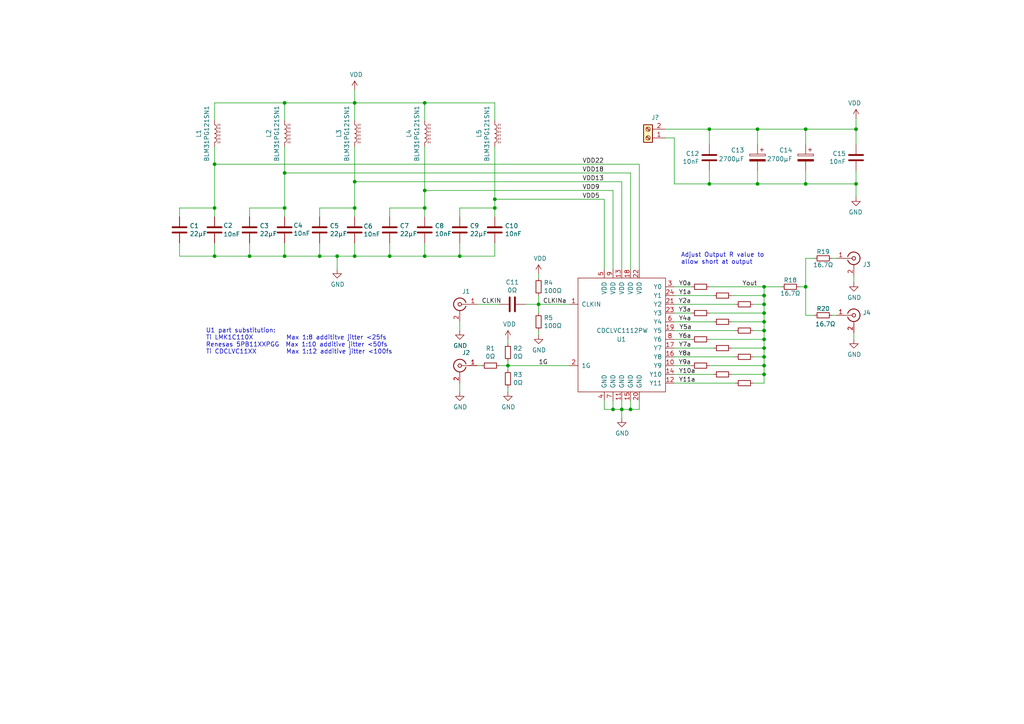
<source format=kicad_sch>
(kicad_sch (version 20211123) (generator eeschema)
  (paper "A4")
  (lib_symbols
    (symbol "Amplifier_Buffer:CDCLVC1112PW‎" (pin_names (offset 1.016))
      (property "Reference" "U" (at 0 -2.54 0))
      (property "Value" "Amplifier_Buffer_CDCLVC1112PW‎" (at 0 0 0))
      (symbol "CDCLVC1112PW‎_0_1"
        (rectangle (start -12.7 16.51) (end 12.7 -16.51))
      )
      (symbol "CDCLVC1112PW‎_1_1"
        (pin input line (at -15.24 8.89 0) (length 2.54) (name "CLKIN") (number "1"))
        (pin output line (at 15.24 -8.89 180) (length 2.54) (name "Y9") (number "10"))
        (pin power_in line (at 0 -19.05 90) (length 2.54) (name "GND") (number "11"))
        (pin output line (at 15.24 -13.97 180) (length 2.54) (name "Y11") (number "12"))
        (pin power_in line (at 0 19.05 270) (length 2.54) (name "VDD") (number "13"))
        (pin output line (at 15.24 -11.43 180) (length 2.54) (name "Y10") (number "14"))
        (pin power_in line (at 2.54 -19.05 90) (length 2.54) (name "GND") (number "15"))
        (pin output line (at 15.24 -6.35 180) (length 2.54) (name "Y8") (number "16"))
        (pin output line (at 15.24 -3.81 180) (length 2.54) (name "Y7") (number "17"))
        (pin power_in line (at 2.54 19.05 270) (length 2.54) (name "VDD") (number "18"))
        (pin output line (at 15.24 1.27 180) (length 2.54) (name "Y5") (number "19"))
        (pin input line (at -15.24 -8.89 0) (length 2.54) (name "1G") (number "2"))
        (pin power_in line (at 5.08 -19.05 90) (length 2.54) (name "GND") (number "20"))
        (pin output line (at 15.24 8.89 180) (length 2.54) (name "Y2") (number "21"))
        (pin power_in line (at 5.08 19.05 270) (length 2.54) (name "VDD") (number "22"))
        (pin output line (at 15.24 6.35 180) (length 2.54) (name "Y3") (number "23"))
        (pin output line (at 15.24 11.43 180) (length 2.54) (name "Y1") (number "24"))
        (pin output line (at 15.24 13.97 180) (length 2.54) (name "Y0") (number "3"))
        (pin power_in line (at -5.08 -19.05 90) (length 2.54) (name "GND") (number "4"))
        (pin power_in line (at -5.08 19.05 270) (length 2.54) (name "VDD") (number "5"))
        (pin output line (at 15.24 3.81 180) (length 2.54) (name "Y4") (number "6"))
        (pin power_in line (at -2.54 -19.05 90) (length 2.54) (name "GND") (number "7"))
        (pin output line (at 15.24 -1.27 180) (length 2.54) (name "Y6") (number "8"))
        (pin power_in line (at -2.54 19.05 270) (length 2.54) (name "VDD") (number "9"))
      )
    )
    (symbol "Connector:Conn_Coaxial" (pin_names (offset 1.016) hide)
      (property "Reference" "J" (at 0.254 3.048 0))
      (property "Value" "Conn_Coaxial" (at 2.921 0 90))
      (symbol "Conn_Coaxial_0_1"
        (arc (start -1.778 -0.508) (mid 0.222 -1.808) (end 1.778 0) (stroke (width 0.254)))
        (polyline (pts (xy -2.54 0) (xy -0.508 0)))
        (polyline (pts (xy 0 -2.54) (xy 0 -1.778)))
        (circle (center 0 0) (radius 0.508) (stroke (width 0.2032)))
        (arc (start 1.778 0) (mid 0.222 1.8083) (end -1.778 0.508) (stroke (width 0.254)))
      )
      (symbol "Conn_Coaxial_1_1"
        (pin passive line (at -5.08 0 0) (length 2.54) (name "In") (number "1"))
        (pin passive line (at 0 -5.08 90) (length 2.54) (name "Ext") (number "2"))
      )
    )
    (symbol "Connector:Screw_Terminal_01x02" (pin_names (offset 1.016) hide)
      (property "Reference" "J" (at 0 2.54 0))
      (property "Value" "Screw_Terminal_01x02" (at 0 -5.08 0))
      (symbol "Screw_Terminal_01x02_1_1"
        (rectangle (start -1.27 1.27) (end 1.27 -3.81) (stroke (width 0.254)) (fill (type background)))
        (circle (center 0 -2.54) (radius 0.635) (stroke (width 0.1524)))
        (polyline (pts (xy -0.5334 -2.2098) (xy 0.3302 -3.048)) (stroke (width 0.1524)))
        (polyline (pts (xy -0.5334 0.3302) (xy 0.3302 -0.508)) (stroke (width 0.1524)))
        (polyline (pts (xy -0.3556 -2.032) (xy 0.508 -2.8702)) (stroke (width 0.1524)))
        (polyline (pts (xy -0.3556 0.508) (xy 0.508 -0.3302)) (stroke (width 0.1524)))
        (circle (center 0 0) (radius 0.635) (stroke (width 0.1524)))
        (pin passive line (at -5.08 0 0) (length 3.81) (name "Pin_1") (number "1"))
        (pin passive line (at -5.08 -2.54 0) (length 3.81) (name "Pin_2") (number "2"))
      )
    )
    (symbol "Device:C" (pin_numbers hide) (pin_names (offset 0.254))
      (property "Reference" "C" (at 0.635 2.54 0))
      (property "Value" "C" (at 0.635 -2.54 0))
      (symbol "C_0_1"
        (polyline (pts (xy -2.032 -0.762) (xy 2.032 -0.762)) (stroke (width 0.508)))
        (polyline (pts (xy -2.032 0.762) (xy 2.032 0.762)) (stroke (width 0.508)))
      )
      (symbol "C_1_1"
        (pin passive line (at 0 3.81 270) (length 2.794) (name "~") (number "1"))
        (pin passive line (at 0 -3.81 90) (length 2.794) (name "~") (number "2"))
      )
    )
    (symbol "Device:C_Polarized" (pin_numbers hide) (pin_names (offset 0.254))
      (property "Reference" "C" (at 0.635 2.54 0))
      (property "Value" "C_Polarized" (at 0.635 -2.54 0))
      (symbol "C_Polarized_0_1"
        (rectangle (start -2.286 0.508) (end 2.286 1.016))
        (polyline (pts (xy -1.778 2.286) (xy -0.762 2.286)))
        (polyline (pts (xy -1.27 2.794) (xy -1.27 1.778)))
        (rectangle (start 2.286 -0.508) (end -2.286 -1.016) (fill (type outline)))
      )
      (symbol "C_Polarized_1_1"
        (pin passive line (at 0 3.81 270) (length 2.794) (name "~") (number "1"))
        (pin passive line (at 0 -3.81 90) (length 2.794) (name "~") (number "2"))
      )
    )
    (symbol "Device:L_Core_Ferrite" (pin_numbers hide) (pin_names (offset 1.016) hide)
      (property "Reference" "L" (at -1.27 0 90))
      (property "Value" "Device_L_Core_Ferrite" (at 2.794 0 90))
      (symbol "L_Core_Ferrite_0_1"
        (arc (start 0 -2.54) (mid 0.635 -1.905) (end 0 -1.27))
        (arc (start 0 -1.27) (mid 0.635 -0.635) (end 0 0))
        (polyline (pts (xy 1.016 -2.794) (xy 1.016 -2.286)))
        (polyline (pts (xy 1.016 -1.778) (xy 1.016 -1.27)))
        (polyline (pts (xy 1.016 -0.762) (xy 1.016 -0.254)))
        (polyline (pts (xy 1.016 0.254) (xy 1.016 0.762)))
        (polyline (pts (xy 1.016 1.27) (xy 1.016 1.778)))
        (polyline (pts (xy 1.016 2.286) (xy 1.016 2.794)))
        (polyline (pts (xy 1.524 -2.286) (xy 1.524 -2.794)))
        (polyline (pts (xy 1.524 -1.27) (xy 1.524 -1.778)))
        (polyline (pts (xy 1.524 -0.254) (xy 1.524 -0.762)))
        (polyline (pts (xy 1.524 0.762) (xy 1.524 0.254)))
        (polyline (pts (xy 1.524 1.778) (xy 1.524 1.27)))
        (polyline (pts (xy 1.524 2.794) (xy 1.524 2.286)))
        (arc (start 0 0) (mid 0.635 0.635) (end 0 1.27))
        (arc (start 0 1.27) (mid 0.635 1.905) (end 0 2.54))
      )
      (symbol "L_Core_Ferrite_1_1"
        (pin passive line (at 0 3.81 270) (length 1.27) (name "1") (number "1"))
        (pin passive line (at 0 -3.81 90) (length 1.27) (name "2") (number "2"))
      )
    )
    (symbol "Device:R_Small" (pin_numbers hide) (pin_names (offset 0.254) hide)
      (property "Reference" "R" (at 0.762 0.508 0))
      (property "Value" "R_Small" (at 0.762 -1.016 0))
      (symbol "R_Small_0_1"
        (rectangle (start -0.762 1.778) (end 0.762 -1.778) (stroke (width 0.2032)))
      )
      (symbol "R_Small_1_1"
        (pin passive line (at 0 2.54 270) (length 0.762) (name "~") (number "1"))
        (pin passive line (at 0 -2.54 90) (length 0.762) (name "~") (number "2"))
      )
    )
    (symbol "power:GND" (power) (pin_names (offset 0))
      (property "Value" "GND" (at 0 -3.81 0))
      (symbol "GND_0_1"
        (polyline (pts (xy 0 0) (xy 0 -1.27) (xy 1.27 -1.27) (xy 0 -2.54) (xy -1.27 -1.27) (xy 0 -1.27)))
      )
      (symbol "GND_1_1"
        (pin power_in line (at 0 0 270) (length 0) hide (name "GND") (number "1"))
      )
    )
    (symbol "power:VDD" (power) (pin_names (offset 0))
      (property "Value" "VDD" (at 0 3.81 0))
      (symbol "VDD_0_1"
        (polyline (pts (xy -0.762 1.27) (xy 0 2.54)))
        (polyline (pts (xy 0 0) (xy 0 2.54)))
        (polyline (pts (xy 0 2.54) (xy 0.762 1.27)))
      )
      (symbol "VDD_1_1"
        (pin power_in line (at 0 0 90) (length 0) hide (name "VDD") (number "1"))
      )
    )
  )
  (junction (at 221.615 108.585))
  (junction (at 113.03 74.295))
  (junction (at 102.87 52.705))
  (junction (at 133.35 74.295))
  (junction (at 221.615 85.725))
  (junction (at 147.32 106.045))
  (junction (at 221.615 88.265))
  (junction (at 82.55 74.295))
  (junction (at 62.23 47.625))
  (junction (at 123.19 60.325))
  (junction (at 102.87 74.295))
  (junction (at 97.79 74.295))
  (junction (at 248.285 53.34))
  (junction (at 233.68 37.465))
  (junction (at 233.68 83.185))
  (junction (at 82.55 50.165))
  (junction (at 221.615 90.805))
  (junction (at 143.51 57.785))
  (junction (at 123.19 55.245))
  (junction (at 102.87 29.845))
  (junction (at 221.615 83.185))
  (junction (at 221.615 93.345))
  (junction (at 221.615 106.045))
  (junction (at 102.87 60.325))
  (junction (at 82.55 29.845))
  (junction (at 177.8 118.745))
  (junction (at 221.615 98.425))
  (junction (at 221.615 100.965))
  (junction (at 62.23 60.325))
  (junction (at 143.51 60.325))
  (junction (at 219.71 53.34))
  (junction (at 248.285 37.465))
  (junction (at 205.74 37.465))
  (junction (at 156.21 88.265))
  (junction (at 182.88 118.745))
  (junction (at 233.68 53.34))
  (junction (at 82.55 60.325))
  (junction (at 221.615 95.885))
  (junction (at 62.23 74.295))
  (junction (at 123.19 74.295))
  (junction (at 221.615 103.505))
  (junction (at 72.39 74.295))
  (junction (at 205.74 53.34))
  (junction (at 180.34 118.745))
  (junction (at 123.19 29.845))
  (junction (at 92.71 74.295))
  (junction (at 219.71 37.465))
  (wire (pts (xy 212.09 93.345) (xy 221.615 93.345)))
  (wire (pts (xy 156.21 95.885) (xy 156.21 97.155)))
  (wire (pts (xy 247.65 80.01) (xy 247.65 81.915)))
  (wire (pts (xy 180.34 52.705) (xy 102.87 52.705)))
  (wire (pts (xy 143.51 29.845) (xy 143.51 34.925)))
  (wire (pts (xy 221.615 90.805) (xy 221.615 93.345)))
  (wire (pts (xy 205.74 49.53) (xy 205.74 53.34)))
  (wire (pts (xy 195.58 93.345) (xy 207.01 93.345)))
  (wire (pts (xy 233.68 49.53) (xy 233.68 53.34)))
  (wire (pts (xy 221.615 85.725) (xy 221.615 88.265)))
  (wire (pts (xy 248.285 49.53) (xy 248.285 53.34)))
  (wire (pts (xy 195.58 111.125) (xy 213.36 111.125)))
  (wire (pts (xy 102.87 29.845) (xy 102.87 34.925)))
  (wire (pts (xy 144.78 88.265) (xy 138.43 88.265)))
  (wire (pts (xy 156.21 88.265) (xy 165.1 88.265)))
  (wire (pts (xy 185.42 116.205) (xy 185.42 118.745)))
  (wire (pts (xy 195.58 95.885) (xy 213.36 95.885)))
  (wire (pts (xy 82.55 42.545) (xy 82.55 50.165)))
  (wire (pts (xy 195.58 85.725) (xy 207.01 85.725)))
  (wire (pts (xy 205.74 90.805) (xy 221.615 90.805)))
  (wire (pts (xy 180.34 116.205) (xy 180.34 118.745)))
  (wire (pts (xy 185.42 47.625) (xy 62.23 47.625)))
  (wire (pts (xy 212.09 100.965) (xy 221.615 100.965)))
  (wire (pts (xy 221.615 83.185) (xy 221.615 85.725)))
  (wire (pts (xy 102.87 74.295) (xy 113.03 74.295)))
  (wire (pts (xy 205.74 83.185) (xy 221.615 83.185)))
  (wire (pts (xy 195.58 53.34) (xy 205.74 53.34)))
  (wire (pts (xy 195.58 100.965) (xy 207.01 100.965)))
  (wire (pts (xy 62.23 60.325) (xy 62.23 62.865)))
  (wire (pts (xy 182.88 116.205) (xy 182.88 118.745)))
  (wire (pts (xy 92.71 74.295) (xy 97.79 74.295)))
  (wire (pts (xy 218.44 103.505) (xy 221.615 103.505)))
  (wire (pts (xy 177.8 116.205) (xy 177.8 118.745)))
  (wire (pts (xy 113.03 60.325) (xy 123.19 60.325)))
  (wire (pts (xy 156.21 90.805) (xy 156.21 88.265)))
  (wire (pts (xy 233.68 91.44) (xy 236.22 91.44)))
  (wire (pts (xy 143.51 57.785) (xy 143.51 60.325)))
  (wire (pts (xy 205.74 37.465) (xy 205.74 41.91)))
  (wire (pts (xy 221.615 98.425) (xy 221.615 100.965)))
  (wire (pts (xy 219.71 37.465) (xy 205.74 37.465)))
  (wire (pts (xy 62.23 74.295) (xy 72.39 74.295)))
  (wire (pts (xy 233.68 37.465) (xy 219.71 37.465)))
  (wire (pts (xy 52.07 60.325) (xy 62.23 60.325)))
  (wire (pts (xy 221.615 83.185) (xy 226.695 83.185)))
  (wire (pts (xy 102.87 52.705) (xy 102.87 60.325)))
  (wire (pts (xy 231.775 83.185) (xy 233.68 83.185)))
  (wire (pts (xy 221.615 88.265) (xy 221.615 90.805)))
  (wire (pts (xy 221.615 108.585) (xy 221.615 111.125)))
  (wire (pts (xy 92.71 70.485) (xy 92.71 74.295)))
  (wire (pts (xy 212.09 85.725) (xy 221.615 85.725)))
  (wire (pts (xy 123.19 74.295) (xy 133.35 74.295)))
  (wire (pts (xy 52.07 70.485) (xy 52.07 74.295)))
  (wire (pts (xy 102.87 42.545) (xy 102.87 52.705)))
  (wire (pts (xy 62.23 34.925) (xy 62.23 29.845)))
  (wire (pts (xy 123.19 29.845) (xy 143.51 29.845)))
  (wire (pts (xy 195.58 103.505) (xy 213.36 103.505)))
  (wire (pts (xy 52.07 74.295) (xy 62.23 74.295)))
  (wire (pts (xy 123.19 60.325) (xy 123.19 55.245)))
  (wire (pts (xy 62.23 42.545) (xy 62.23 47.625)))
  (wire (pts (xy 102.87 60.325) (xy 102.87 62.865)))
  (wire (pts (xy 133.35 93.345) (xy 133.35 95.885)))
  (wire (pts (xy 52.07 62.865) (xy 52.07 60.325)))
  (wire (pts (xy 123.19 55.245) (xy 177.8 55.245)))
  (wire (pts (xy 82.55 60.325) (xy 82.55 62.865)))
  (wire (pts (xy 218.44 88.265) (xy 221.615 88.265)))
  (wire (pts (xy 123.19 70.485) (xy 123.19 74.295)))
  (wire (pts (xy 180.34 118.745) (xy 177.8 118.745)))
  (wire (pts (xy 72.39 70.485) (xy 72.39 74.295)))
  (wire (pts (xy 248.285 34.29) (xy 248.285 37.465)))
  (wire (pts (xy 72.39 74.295) (xy 82.55 74.295)))
  (wire (pts (xy 82.55 50.165) (xy 182.88 50.165)))
  (wire (pts (xy 241.3 91.44) (xy 242.57 91.44)))
  (wire (pts (xy 175.26 57.785) (xy 143.51 57.785)))
  (wire (pts (xy 248.285 53.34) (xy 248.285 57.15)))
  (wire (pts (xy 97.79 74.295) (xy 102.87 74.295)))
  (wire (pts (xy 133.35 74.295) (xy 143.51 74.295)))
  (wire (pts (xy 92.71 60.325) (xy 102.87 60.325)))
  (wire (pts (xy 195.58 98.425) (xy 200.66 98.425)))
  (wire (pts (xy 147.32 98.425) (xy 147.32 99.695)))
  (wire (pts (xy 180.34 118.745) (xy 180.34 121.285)))
  (wire (pts (xy 144.78 106.045) (xy 147.32 106.045)))
  (wire (pts (xy 219.71 37.465) (xy 219.71 41.91)))
  (wire (pts (xy 233.68 37.465) (xy 233.68 41.91)))
  (wire (pts (xy 221.615 106.045) (xy 221.615 108.585)))
  (wire (pts (xy 72.39 62.865) (xy 72.39 60.325)))
  (wire (pts (xy 62.23 29.845) (xy 82.55 29.845)))
  (wire (pts (xy 133.35 70.485) (xy 133.35 74.295)))
  (wire (pts (xy 219.71 53.34) (xy 233.68 53.34)))
  (wire (pts (xy 147.32 106.045) (xy 147.32 104.775)))
  (wire (pts (xy 143.51 42.545) (xy 143.51 57.785)))
  (wire (pts (xy 185.42 47.625) (xy 185.42 78.105)))
  (wire (pts (xy 195.58 108.585) (xy 207.01 108.585)))
  (wire (pts (xy 233.68 83.185) (xy 233.68 91.44)))
  (wire (pts (xy 195.58 90.805) (xy 200.66 90.805)))
  (wire (pts (xy 113.03 74.295) (xy 123.19 74.295)))
  (wire (pts (xy 185.42 118.745) (xy 182.88 118.745)))
  (wire (pts (xy 193.04 37.465) (xy 205.74 37.465)))
  (wire (pts (xy 82.55 60.325) (xy 82.55 50.165)))
  (wire (pts (xy 147.32 106.045) (xy 165.1 106.045)))
  (wire (pts (xy 221.615 100.965) (xy 221.615 103.505)))
  (wire (pts (xy 72.39 60.325) (xy 82.55 60.325)))
  (wire (pts (xy 219.71 49.53) (xy 219.71 53.34)))
  (wire (pts (xy 133.35 111.125) (xy 133.35 113.665)))
  (wire (pts (xy 133.35 62.865) (xy 133.35 60.325)))
  (wire (pts (xy 62.23 47.625) (xy 62.23 60.325)))
  (wire (pts (xy 82.55 29.845) (xy 102.87 29.845)))
  (wire (pts (xy 82.55 70.485) (xy 82.55 74.295)))
  (wire (pts (xy 205.74 98.425) (xy 221.615 98.425)))
  (wire (pts (xy 82.55 74.295) (xy 92.71 74.295)))
  (wire (pts (xy 62.23 70.485) (xy 62.23 74.295)))
  (wire (pts (xy 97.79 74.295) (xy 97.79 78.105)))
  (wire (pts (xy 233.68 74.93) (xy 233.68 83.185)))
  (wire (pts (xy 102.87 26.035) (xy 102.87 29.845)))
  (wire (pts (xy 156.21 80.645) (xy 156.21 79.375)))
  (wire (pts (xy 248.285 37.465) (xy 233.68 37.465)))
  (wire (pts (xy 123.19 60.325) (xy 123.19 62.865)))
  (wire (pts (xy 193.04 40.005) (xy 195.58 40.005)))
  (wire (pts (xy 241.3 74.93) (xy 242.57 74.93)))
  (wire (pts (xy 175.26 57.785) (xy 175.26 78.105)))
  (wire (pts (xy 133.35 60.325) (xy 143.51 60.325)))
  (wire (pts (xy 177.8 55.245) (xy 177.8 78.105)))
  (wire (pts (xy 180.34 52.705) (xy 180.34 78.105)))
  (wire (pts (xy 177.8 118.745) (xy 175.26 118.745)))
  (wire (pts (xy 113.03 62.865) (xy 113.03 60.325)))
  (wire (pts (xy 123.19 42.545) (xy 123.19 55.245)))
  (wire (pts (xy 205.74 53.34) (xy 219.71 53.34)))
  (wire (pts (xy 195.58 40.005) (xy 195.58 53.34)))
  (wire (pts (xy 102.87 29.845) (xy 123.19 29.845)))
  (wire (pts (xy 218.44 95.885) (xy 221.615 95.885)))
  (wire (pts (xy 123.19 29.845) (xy 123.19 34.925)))
  (wire (pts (xy 147.32 112.395) (xy 147.32 113.665)))
  (wire (pts (xy 182.88 118.745) (xy 180.34 118.745)))
  (wire (pts (xy 221.615 103.505) (xy 221.615 106.045)))
  (wire (pts (xy 195.58 106.045) (xy 200.66 106.045)))
  (wire (pts (xy 147.32 107.315) (xy 147.32 106.045)))
  (wire (pts (xy 212.09 108.585) (xy 221.615 108.585)))
  (wire (pts (xy 233.68 53.34) (xy 248.285 53.34)))
  (wire (pts (xy 195.58 83.185) (xy 200.66 83.185)))
  (wire (pts (xy 248.285 37.465) (xy 248.285 41.91)))
  (wire (pts (xy 156.21 85.725) (xy 156.21 88.265)))
  (wire (pts (xy 205.74 106.045) (xy 221.615 106.045)))
  (wire (pts (xy 221.615 93.345) (xy 221.615 95.885)))
  (wire (pts (xy 156.21 88.265) (xy 152.4 88.265)))
  (wire (pts (xy 247.65 96.52) (xy 247.65 98.425)))
  (wire (pts (xy 82.55 29.845) (xy 82.55 34.925)))
  (wire (pts (xy 221.615 95.885) (xy 221.615 98.425)))
  (wire (pts (xy 195.58 88.265) (xy 213.36 88.265)))
  (wire (pts (xy 138.43 106.045) (xy 139.7 106.045)))
  (wire (pts (xy 143.51 74.295) (xy 143.51 70.485)))
  (wire (pts (xy 102.87 70.485) (xy 102.87 74.295)))
  (wire (pts (xy 175.26 118.745) (xy 175.26 116.205)))
  (wire (pts (xy 143.51 60.325) (xy 143.51 62.865)))
  (wire (pts (xy 92.71 62.865) (xy 92.71 60.325)))
  (wire (pts (xy 236.22 74.93) (xy 233.68 74.93)))
  (wire (pts (xy 113.03 70.485) (xy 113.03 74.295)))
  (wire (pts (xy 182.88 50.165) (xy 182.88 78.105)))
  (wire (pts (xy 221.615 111.125) (xy 218.44 111.125)))
  (text "U1 part substitution:\nTi LMK1C110X          Max 1:8 addititve jitter <25fs\nRenesas 5PB11XXPGG  Max 1:10 additive jitter <50fs\nTi CDCLVC11XX         Max 1:12 additive jitter <100fs \n" (at 59.69 102.87 0) (effects (font (size 1.27 1.27)) (justify left bottom)))
  (text "Adjust Output R value to\nallow short at output" (at 197.485 76.835 0) (effects (font (size 1.27 1.27)) (justify left bottom)))
  (label "Y3a" (at 196.7908 90.805 0))
  (label "Y7a" (at 196.85 100.965 0))
  (label "Y11a" (at 196.8606 111.125 0))
  (label "VDD18" (at 168.91 50.165 0))
  (label "Y1a" (at 196.85 85.725 0))
  (label "VDD9" (at 168.91 55.245 0))
  (label "Yout" (at 215.265 83.185 0))
  (label "VDD5" (at 168.91 57.785 0))
  (label "CLKIN" (at 139.7 88.265 0))
  (label "CLKINa" (at 157.48 88.265 0))
  (label "1G" (at 156.21 106.045 0))
  (label "Y6a" (at 196.85 98.425 0))
  (label "Y0a" (at 196.85 83.185 0))
  (label "Y8a" (at 196.7908 103.505 0))
  (label "Y2a" (at 196.7908 88.265 0))
  (label "VDD13" (at 168.91 52.705 0))
  (label "VDD22" (at 168.91 47.625 0))
  (label "Y10a" (at 196.85 108.585 0))
  (label "Y4a" (at 196.85 93.345 0))
  (label "Y9a" (at 196.7908 106.045 0))
  (label "Y5a" (at 197.0001 95.885 0))
  (symbol (lib_id "power:VDD") (at 248.285 34.29 0) (mirror y) (unit 1)
    (property "Reference" "#PWR0110" (effects hide))
    (property "Value" "VDD" (at 247.8532 29.8958 0))
  )
  (symbol (lib_id "Connector:Conn_Coaxial") (at 247.65 74.93 0) (unit 1)
    (property "Reference" "J3" (at 250.19 76.7334 0) (effects (justify left)))
    (property "Value" "Conn_Coaxial" (effects hide))
    (property "Footprint" "Connectors_SMA:SMA_Molex_73251-2123_EdgeMount_Horizontal" (effects hide))
    (property "Datasheet" " ~" (effects hide))
    (property "PartNumber" "73251-2123" (effects hide))
  )
  (symbol (lib_id "power:GND") (at 156.21 97.155 0) (unit 1)
    (property "Reference" "#PWR0104" (effects hide))
    (property "Value" "GND" (at 156.337 101.5492 0))
  )
  (symbol (lib_id "power:GND") (at 133.35 113.665 0) (unit 1)
    (property "Reference" "#PWR0106" (effects hide))
    (property "Value" "GND" (at 133.477 118.0592 0))
  )
  (symbol (lib_id "Device:R_Small") (at 209.55 108.585 270) (unit 1)
    (property "Reference" "R13" (effects hide))
    (property "Value" "421Ω" (effects hide))
    (property "Footprint" "Resistor_SMD:R_0402_1005Metric" (effects hide))
    (property "PartNumber" "ERJ-2GEJ100X" (effects hide))
  )
  (symbol (lib_id "Device:L_Core_Ferrite") (at 143.51 38.735 0) (unit 1)
    (property "Reference" "L5" (at 138.9126 38.735 90))
    (property "Value" "BLM31PG121SN1" (at 141.224 38.735 90))
    (property "Footprint" "Inductor_SMD:L_1206_3216Metric" (effects hide))
    (property "PartNumber" "ILHB1206ER121V" (effects hide))
  )
  (symbol (lib_id "Device:C_Polarized") (at 233.68 45.72 0) (mirror y) (unit 1)
    (property "Reference" "C14" (at 229.87 43.5609 0) (effects (justify left)))
    (property "Value" "2700µF" (at 229.87 46.1009 0) (effects (justify left)))
    (property "Footprint" "Capacitor_SMD:CP_Elec_10x12.6" (effects hide))
    (property "PartNumber" "PCG0G272MCL1GS" (effects hide))
  )
  (symbol (lib_id "power:VDD") (at 147.32 98.425 0) (unit 1)
    (property "Reference" "#PWR0102" (effects hide))
    (property "Value" "VDD" (at 147.7518 94.0308 0))
  )
  (symbol (lib_id "power:GND") (at 147.32 113.665 0) (unit 1)
    (property "Reference" "#PWR0105" (effects hide))
    (property "Value" "GND" (at 147.447 118.0592 0))
  )
  (symbol (lib_id "Device:L_Core_Ferrite") (at 102.87 38.735 0) (unit 1)
    (property "Reference" "L3" (at 98.2726 38.735 90))
    (property "Value" "BLM31PG121SN1" (at 100.584 38.735 90))
    (property "Footprint" "Inductor_SMD:L_1206_3216Metric" (effects hide))
    (property "PartNumber" "ILHB1206ER121V" (effects hide))
  )
  (symbol (lib_id "Device:C") (at 92.71 66.675 0) (unit 1)
    (property "Reference" "C5" (at 95.631 65.5066 0) (effects (justify left)))
    (property "Value" "22µF" (at 95.631 67.818 0) (effects (justify left)))
    (property "Footprint" "Capacitor_SMD:C_1206_3216Metric" (effects hide))
    (property "PartNumber" "LMK316AB7226KL-TR" (effects hide))
  )
  (symbol (lib_id "power:GND") (at 97.79 78.105 0) (unit 1)
    (property "Reference" "#PWR0113" (effects hide))
    (property "Value" "GND" (at 97.917 82.4992 0))
  )
  (symbol (lib_id "Device:C") (at 72.39 66.675 0) (unit 1)
    (property "Reference" "C3" (at 75.311 65.5066 0) (effects (justify left)))
    (property "Value" "22µF" (at 75.311 67.818 0) (effects (justify left)))
    (property "Footprint" "Capacitor_SMD:C_1206_3216Metric" (effects hide))
    (property "PartNumber" "LMK316AB7226KL-TR" (effects hide))
  )
  (symbol (lib_id "Device:C") (at 82.55 66.675 0) (unit 1)
    (property "Reference" "C4" (at 85.09 65.405 0) (effects (justify left)))
    (property "Value" "10nF" (at 85.09 67.7164 0) (effects (justify left)))
    (property "Footprint" "Capacitor_SMD:C_0402_1005Metric" (effects hide))
    (property "PartNumber" "0402ZC103JAT2A" (effects hide))
  )
  (symbol (lib_id "Device:R_Small") (at 215.9 111.125 270) (unit 1)
    (property "Reference" "R17" (effects hide))
    (property "Value" "421Ω" (effects hide))
    (property "Footprint" "Resistor_SMD:R_0402_1005Metric" (effects hide))
    (property "PartNumber" "ERJ-2GEJ100X" (effects hide))
  )
  (symbol (lib_id "Device:R_Small") (at 156.21 83.185 0) (unit 1)
    (property "Reference" "R4" (at 157.7086 82.0166 0) (effects (justify left)))
    (property "Value" "100Ω" (at 157.7086 84.328 0) (effects (justify left)))
    (property "Footprint" "Resistor_SMD:R_0402_1005Metric" (effects hide))
    (property "PartNumber" "CR0402-16W-1000FT" (effects hide))
  )
  (symbol (lib_id "Device:L_Core_Ferrite") (at 62.23 38.735 0) (unit 1)
    (property "Reference" "L1" (at 57.6326 38.735 90))
    (property "Value" "BLM31PG121SN1" (at 59.944 38.735 90))
    (property "Footprint" "Inductor_SMD:L_1206_3216Metric" (effects hide))
    (property "PartNumber" "ILHB1206ER121V" (effects hide))
  )
  (symbol (lib_id "Device:R_Small") (at 203.2 106.045 270) (unit 1)
    (property "Reference" "R9" (effects hide))
    (property "Value" "421Ω" (effects hide))
    (property "Footprint" "Resistor_SMD:R_0402_1005Metric" (effects hide))
    (property "PartNumber" "ERJ-2GEJ100X" (effects hide))
  )
  (symbol (lib_id "Device:C") (at 148.59 88.265 270) (unit 1)
    (property "Reference" "C11" (at 148.59 81.8642 90))
    (property "Value" "0Ω" (at 148.59 84.1756 90))
    (property "Footprint" "Capacitor_SMD:C_0402_1005Metric" (effects hide))
    (property "PartNumber" "ERJ-2GE0R00X" (effects hide))
  )
  (symbol (lib_id "power:VDD") (at 102.87 26.035 0) (unit 1)
    (property "Reference" "#PWR0112" (effects hide))
    (property "Value" "VDD" (at 103.3018 21.6408 0))
  )
  (symbol (lib_id "Device:R_Small") (at 209.55 93.345 270) (unit 1)
    (property "Reference" "R11" (effects hide))
    (property "Value" "421Ω" (effects hide))
    (property "Footprint" "Resistor_SMD:R_0402_1005Metric" (effects hide))
    (property "PartNumber" "ERJ-2GEJ100X" (effects hide))
  )
  (symbol (lib_id "Device:R_Small") (at 203.2 83.185 270) (unit 1)
    (property "Reference" "R6" (effects hide))
    (property "Value" "421Ω" (effects hide))
    (property "Footprint" "Resistor_SMD:R_0402_1005Metric" (effects hide))
    (property "PartNumber" "ERJ-2GEJ100X" (effects hide))
  )
  (symbol (lib_id "power:VDD") (at 156.21 79.375 0) (unit 1)
    (property "Reference" "#PWR0101" (effects hide))
    (property "Value" "VDD" (at 156.6418 74.9808 0))
  )
  (symbol (lib_id "Device:R_Small") (at 209.55 85.725 270) (unit 1)
    (property "Reference" "R10" (effects hide))
    (property "Value" "421Ω" (effects hide))
    (property "Footprint" "Resistor_SMD:R_0402_1005Metric" (effects hide))
    (property "PartNumber" "ERJ-2GEJ100X" (effects hide))
  )
  (symbol (lib_id "power:GND") (at 247.65 81.915 0) (unit 1)
    (property "Reference" "#PWR0111" (effects hide))
    (property "Value" "GND" (at 247.777 86.3092 0))
  )
  (symbol (lib_id "Connector:Conn_Coaxial") (at 133.35 106.045 0) (mirror y) (unit 1)
    (property "Reference" "J2" (at 135.1788 102.3112 0))
    (property "Value" "Conn_Coaxial" (effects hide))
    (property "Footprint" "Connectors_UFL:U.FL_Molex_MCRF_73412-0110_Vertical" (effects hide))
    (property "Datasheet" " ~" (effects hide))
    (property "PartNumber" "73412-0110" (effects hide))
  )
  (symbol (lib_id "Amplifier_Buffer:CDCLVC1112PW‎") (at 180.34 97.155 0) (unit 1)
    (property "Reference" "U1" (at 181.61 98.425 0) (effects (justify right)))
    (property "Value" "CDCLVC1112PW‎" (at 187.96 95.885 0) (effects (justify right)))
    (property "Footprint" "Package_SO:TSSOP-24_4.4x7.8mm_P0.65mm" (effects hide))
    (property "PartNumber" "CDCLVC1112PW‎" (effects hide))
  )
  (symbol (lib_id "Device:R_Small") (at 142.24 106.045 270) (unit 1)
    (property "Reference" "R1" (at 142.24 101.0666 90))
    (property "Value" "0Ω" (at 142.24 103.378 90))
    (property "Footprint" "Resistor_SMD:R_0402_1005Metric" (effects hide))
    (property "PartNumber" "ERJ-2GE0R00X" (effects hide))
  )
  (symbol (lib_id "Device:C") (at 143.51 66.675 0) (unit 1)
    (property "Reference" "C10" (at 146.431 65.5066 0) (effects (justify left)))
    (property "Value" "10nF" (at 146.431 67.818 0) (effects (justify left)))
    (property "Footprint" "Capacitor_SMD:C_0402_1005Metric" (effects hide))
    (property "PartNumber" "0402ZC103JAT2A" (effects hide))
  )
  (symbol (lib_id "power:GND") (at 180.34 121.285 0) (unit 1)
    (property "Reference" "#PWR0107" (effects hide))
    (property "Value" "GND" (at 180.467 125.6792 0))
  )
  (symbol (lib_id "Device:C") (at 102.87 66.675 0) (unit 1)
    (property "Reference" "C6" (at 105.41 65.6336 0) (effects (justify left)))
    (property "Value" "10nF" (at 105.41 67.945 0) (effects (justify left)))
    (property "Footprint" "Capacitor_SMD:C_0402_1005Metric" (effects hide))
    (property "PartNumber" "0402ZC103JAT2A" (effects hide))
  )
  (symbol (lib_id "Device:C") (at 123.19 66.675 0) (unit 1)
    (property "Reference" "C8" (at 126.111 65.5066 0) (effects (justify left)))
    (property "Value" "10nF" (at 126.111 67.818 0) (effects (justify left)))
    (property "Footprint" "Capacitor_SMD:C_0402_1005Metric" (effects hide))
    (property "PartNumber" "0402ZC103JAT2A" (effects hide))
  )
  (symbol (lib_id "Device:L_Core_Ferrite") (at 82.55 38.735 0) (unit 1)
    (property "Reference" "L2" (at 77.9526 38.735 90))
    (property "Value" "BLM31PG121SN1" (at 80.264 38.735 90))
    (property "Footprint" "Inductor_SMD:L_1206_3216Metric" (effects hide))
    (property "PartNumber" "ILHB1206ER121V" (effects hide))
  )
  (symbol (lib_id "power:GND") (at 248.285 57.15 0) (mirror y) (unit 1)
    (property "Reference" "#PWR0109" (effects hide))
    (property "Value" "GND" (at 248.158 61.5442 0))
  )
  (symbol (lib_id "Device:R_Small") (at 147.32 109.855 0) (unit 1)
    (property "Reference" "R3" (at 148.8186 108.6866 0) (effects (justify left)))
    (property "Value" "0Ω" (at 148.8186 110.998 0) (effects (justify left)))
    (property "Footprint" "Resistor_SMD:R_0402_1005Metric" (effects hide))
    (property "PartNumber" "ERJ-2GE0R00X" (effects hide))
  )
  (symbol (lib_id "Device:R_Small") (at 147.32 102.235 0) (unit 1)
    (property "Reference" "R2" (at 148.8186 101.0666 0) (effects (justify left)))
    (property "Value" "0Ω" (at 148.8186 103.378 0) (effects (justify left)))
    (property "Footprint" "Resistor_SMD:R_0402_1005Metric" (effects hide))
    (property "PartNumber" "ERJ-2GE0R00X" (effects hide))
  )
  (symbol (lib_id "Device:R_Small") (at 215.9 103.505 270) (unit 1)
    (property "Reference" "R16" (effects hide))
    (property "Value" "421Ω" (effects hide))
    (property "Footprint" "Resistor_SMD:R_0402_1005Metric" (effects hide))
    (property "PartNumber" "ERJ-2GEJ100X" (effects hide))
  )
  (symbol (lib_id "Connector:Conn_Coaxial") (at 133.35 88.265 0) (mirror y) (unit 1)
    (property "Reference" "J1" (at 135.1788 84.5312 0))
    (property "Value" "Conn_Coaxial" (effects hide))
    (property "Footprint" "Connectors_SMA:SMA_Molex_73251-2123_EdgeMount_Horizontal" (effects hide))
    (property "Datasheet" " ~" (effects hide))
    (property "PartNumber" "73412-0110" (effects hide))
  )
  (symbol (lib_id "Device:C") (at 113.03 66.675 0) (unit 1)
    (property "Reference" "C7" (at 115.951 65.5066 0) (effects (justify left)))
    (property "Value" "22µF" (at 115.951 67.818 0) (effects (justify left)))
    (property "Footprint" "Capacitor_SMD:C_1206_3216Metric" (effects hide))
    (property "PartNumber" "LMK316AB7226KL-TR" (effects hide))
  )
  (symbol (lib_id "Device:R_Small") (at 215.9 88.265 270) (unit 1)
    (property "Reference" "R14" (effects hide))
    (property "Value" "421Ω" (effects hide))
    (property "Footprint" "Resistor_SMD:R_0402_1005Metric" (effects hide))
    (property "PartNumber" "ERJ-2GEJ100X" (effects hide))
  )
  (symbol (lib_id "Device:C") (at 205.74 45.72 0) (mirror y) (unit 1)
    (property "Reference" "C12" (at 202.819 44.5516 0) (effects (justify left)))
    (property "Value" "10nF" (at 202.819 46.863 0) (effects (justify left)))
    (property "Footprint" "Capacitor_SMD:C_0402_1005Metric" (effects hide))
    (property "PartNumber" "0402ZC103JAT2A" (effects hide))
  )
  (symbol (lib_id "power:GND") (at 247.65 98.425 0) (unit 1)
    (property "Reference" "#PWR0108" (effects hide))
    (property "Value" "GND" (at 247.777 102.8192 0))
  )
  (symbol (lib_id "Connector:Screw_Terminal_01x02") (at 187.96 40.005 180) (unit 1)
    (property "Reference" "J?" (at 190.0428 34.0868 0))
    (property "Value" "Screw_Terminal_01x02" (effects hide))
    (property "Footprint" "Connector_Phoenix_MC:PhoenixContact_MCV_1,5_2-GF-3.5_1x02_P3.50mm_Vertical_ThreadedFlange_MountHole" (effects hide))
  )
  (symbol (lib_id "Device:R_Small") (at 215.9 95.885 270) (unit 1)
    (property "Reference" "R15" (effects hide))
    (property "Value" "421Ω" (effects hide))
    (property "Footprint" "Resistor_SMD:R_0402_1005Metric" (effects hide))
    (property "PartNumber" "ERJ-2GEJ100X" (effects hide))
  )
  (symbol (lib_id "Device:C_Polarized") (at 219.71 45.72 0) (mirror y) (unit 1)
    (property "Reference" "C13" (at 215.9 43.5609 0) (effects (justify left)))
    (property "Value" "2700µF" (at 215.9 46.1009 0) (effects (justify left)))
    (property "Footprint" "Capacitor_SMD:CP_Elec_10x12.6" (effects hide))
    (property "PartNumber" "PCG0G272MCL1GS" (effects hide))
  )
  (symbol (lib_id "Device:R_Small") (at 156.21 93.345 0) (unit 1)
    (property "Reference" "R5" (at 157.7086 92.1766 0) (effects (justify left)))
    (property "Value" "100Ω" (at 157.7086 94.488 0) (effects (justify left)))
    (property "Footprint" "Resistor_SMD:R_0402_1005Metric" (effects hide))
    (property "PartNumber" "CR0402-16W-1000FT" (effects hide))
  )
  (symbol (lib_id "Device:R_Small") (at 209.55 100.965 270) (unit 1)
    (property "Reference" "R12" (effects hide))
    (property "Value" "421Ω" (effects hide))
    (property "Footprint" "Resistor_SMD:R_0402_1005Metric" (effects hide))
    (property "PartNumber" "ERJ-2GEJ100X" (effects hide))
  )
  (symbol (lib_id "Device:R_Small") (at 238.76 91.44 270) (unit 1)
    (property "Reference" "R20" (at 238.76 89.535 90))
    (property "Value" "16.7Ω" (at 239.395 93.98 90))
    (property "Footprint" "Resistor_SMD:R_0805_2012Metric" (effects hide))
    (property "PartNumber" "ERJ-2GEJ100X" (effects hide))
  )
  (symbol (lib_id "Device:C") (at 62.23 66.675 0) (unit 1)
    (property "Reference" "C2" (at 64.77 65.405 0) (effects (justify left)))
    (property "Value" "10nF" (at 64.77 67.945 0) (effects (justify left)))
    (property "Footprint" "Capacitor_SMD:C_0402_1005Metric" (effects hide))
    (property "PartNumber" "0402ZC103JAT2A" (effects hide))
  )
  (symbol (lib_id "Connector:Conn_Coaxial") (at 247.65 91.44 0) (unit 1)
    (property "Reference" "J4" (at 250.19 90.7034 0) (effects (justify left)))
    (property "Value" "Conn_Coaxial" (effects hide))
    (property "Footprint" "Connectors_SMA:SMA_Molex_73251-2123_EdgeMount_Horizontal" (effects hide))
    (property "Datasheet" " ~" (effects hide))
    (property "PartNumber" "73251-2123" (effects hide))
  )
  (symbol (lib_id "power:GND") (at 133.35 95.885 0) (unit 1)
    (property "Reference" "#PWR0103" (effects hide))
    (property "Value" "GND" (at 133.477 100.2792 0))
  )
  (symbol (lib_id "Device:R_Small") (at 238.76 74.93 270) (unit 1)
    (property "Reference" "R19" (at 238.76 73.025 90))
    (property "Value" "16.7Ω" (at 238.76 76.835 90))
    (property "Footprint" "Resistor_SMD:R_0805_2012Metric" (effects hide))
    (property "PartNumber" "ERJ-2GEJ100X" (effects hide))
  )
  (symbol (lib_id "Device:R_Small") (at 203.2 98.425 270) (unit 1)
    (property "Reference" "R8" (effects hide))
    (property "Value" "421Ω" (effects hide))
    (property "Footprint" "Resistor_SMD:R_0402_1005Metric" (effects hide))
    (property "PartNumber" "ERJ-2GEJ100X" (effects hide))
  )
  (symbol (lib_id "Device:R_Small") (at 229.235 83.185 270) (unit 1)
    (property "Reference" "R18" (at 229.235 81.28 90))
    (property "Value" "16.7Ω" (at 229.235 85.09 90))
    (property "Footprint" "Resistor_SMD:R_1210_3225Metric" (effects hide))
    (property "PartNumber" "ERJ-2GEJ100X" (effects hide))
  )
  (symbol (lib_id "Device:L_Core_Ferrite") (at 123.19 38.735 0) (unit 1)
    (property "Reference" "L4" (at 118.5926 38.735 90))
    (property "Value" "BLM31PG121SN1" (at 120.904 38.735 90))
    (property "Footprint" "Inductor_SMD:L_1206_3216Metric" (effects hide))
    (property "PartNumber" "ILHB1206ER121V" (effects hide))
  )
  (symbol (lib_id "Device:C") (at 248.285 45.72 0) (mirror y) (unit 1)
    (property "Reference" "C15" (at 245.364 44.5516 0) (effects (justify left)))
    (property "Value" "10nF" (at 245.364 46.863 0) (effects (justify left)))
    (property "Footprint" "Capacitor_SMD:C_0402_1005Metric" (effects hide))
    (property "PartNumber" "0402ZC103JAT2A" (effects hide))
  )
  (symbol (lib_id "Device:C") (at 133.35 66.675 0) (unit 1)
    (property "Reference" "C9" (at 136.271 65.5066 0) (effects (justify left)))
    (property "Value" "22µF" (at 136.271 67.818 0) (effects (justify left)))
    (property "Footprint" "Capacitor_SMD:C_1206_3216Metric" (effects hide))
    (property "PartNumber" "LMK316AB7226KL-TR" (effects hide))
  )
  (symbol (lib_id "Device:C") (at 52.07 66.675 0) (unit 1)
    (property "Reference" "C1" (at 54.991 65.5066 0) (effects (justify left)))
    (property "Value" "22µF" (at 54.991 67.818 0) (effects (justify left)))
    (property "Footprint" "Capacitor_SMD:C_1206_3216Metric" (effects hide))
    (property "PartNumber" "LMK316AB7226KL-TR" (effects hide))
  )
  (symbol (lib_id "Device:R_Small") (at 203.2 90.805 270) (unit 1)
    (property "Reference" "R7" (effects hide))
    (property "Value" "421Ω" (effects hide))
    (property "Footprint" "Resistor_SMD:R_0402_1005Metric" (effects hide))
    (property "PartNumber" "ERJ-2GEJ100X" (effects hide))
  )
)
</source>
